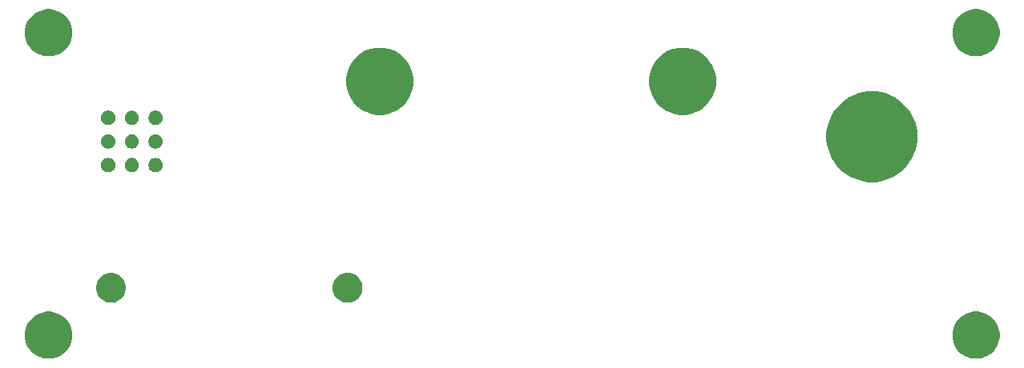
<source format=gts>
G04 #@! TF.GenerationSoftware,KiCad,Pcbnew,5.1.5-52549c5~84~ubuntu18.04.1*
G04 #@! TF.CreationDate,2020-03-29T21:38:33-07:00*
G04 #@! TF.ProjectId,endcap,656e6463-6170-42e6-9b69-6361645f7063,2.1*
G04 #@! TF.SameCoordinates,PX2faf080PY2faf080*
G04 #@! TF.FileFunction,Soldermask,Top*
G04 #@! TF.FilePolarity,Negative*
%FSLAX46Y46*%
G04 Gerber Fmt 4.6, Leading zero omitted, Abs format (unit mm)*
G04 Created by KiCad (PCBNEW 5.1.5-52549c5~84~ubuntu18.04.1) date 2020-03-29 21:38:33*
%MOMM*%
%LPD*%
G04 APERTURE LIST*
%ADD10C,0.100000*%
G04 APERTURE END LIST*
D10*
G36*
X102487921Y-33547056D02*
G01*
X102729515Y-33595112D01*
X103184668Y-33783643D01*
X103287769Y-33852533D01*
X103594294Y-34057346D01*
X103942654Y-34405706D01*
X104216358Y-34815334D01*
X104404888Y-35270486D01*
X104501000Y-35753672D01*
X104501000Y-36246328D01*
X104404888Y-36729514D01*
X104216358Y-37184666D01*
X103942654Y-37594294D01*
X103594294Y-37942654D01*
X103287769Y-38147467D01*
X103184668Y-38216357D01*
X102729515Y-38404888D01*
X102487921Y-38452944D01*
X102246328Y-38501000D01*
X101753672Y-38501000D01*
X101512079Y-38452944D01*
X101270485Y-38404888D01*
X100815332Y-38216357D01*
X100712231Y-38147467D01*
X100405706Y-37942654D01*
X100057346Y-37594294D01*
X99783642Y-37184666D01*
X99595112Y-36729514D01*
X99499000Y-36246328D01*
X99499000Y-35753672D01*
X99595112Y-35270486D01*
X99783642Y-34815334D01*
X100057346Y-34405706D01*
X100405706Y-34057346D01*
X100712231Y-33852533D01*
X100815332Y-33783643D01*
X101270485Y-33595112D01*
X101512079Y-33547056D01*
X101753672Y-33499000D01*
X102246328Y-33499000D01*
X102487921Y-33547056D01*
G37*
G36*
X4487921Y-33547056D02*
G01*
X4729515Y-33595112D01*
X5184668Y-33783643D01*
X5287769Y-33852533D01*
X5594294Y-34057346D01*
X5942654Y-34405706D01*
X6216358Y-34815334D01*
X6404888Y-35270486D01*
X6501000Y-35753672D01*
X6501000Y-36246328D01*
X6404888Y-36729514D01*
X6216358Y-37184666D01*
X5942654Y-37594294D01*
X5594294Y-37942654D01*
X5287769Y-38147467D01*
X5184668Y-38216357D01*
X4729515Y-38404888D01*
X4487921Y-38452944D01*
X4246328Y-38501000D01*
X3753672Y-38501000D01*
X3512079Y-38452944D01*
X3270485Y-38404888D01*
X2815332Y-38216357D01*
X2712231Y-38147467D01*
X2405706Y-37942654D01*
X2057346Y-37594294D01*
X1783642Y-37184666D01*
X1595112Y-36729514D01*
X1499000Y-36246328D01*
X1499000Y-35753672D01*
X1595112Y-35270486D01*
X1783642Y-34815334D01*
X2057346Y-34405706D01*
X2405706Y-34057346D01*
X2712231Y-33852533D01*
X2815332Y-33783643D01*
X3270485Y-33595112D01*
X3512079Y-33547056D01*
X3753672Y-33499000D01*
X4246328Y-33499000D01*
X4487921Y-33547056D01*
G37*
G36*
X10831083Y-29439090D02*
G01*
X11059702Y-29484564D01*
X11346516Y-29603367D01*
X11604642Y-29775841D01*
X11824159Y-29995358D01*
X11996633Y-30253484D01*
X12115436Y-30540298D01*
X12176000Y-30844778D01*
X12176000Y-31155222D01*
X12115436Y-31459702D01*
X11996633Y-31746516D01*
X11824159Y-32004642D01*
X11604642Y-32224159D01*
X11346516Y-32396633D01*
X11059702Y-32515436D01*
X10831083Y-32560910D01*
X10755224Y-32576000D01*
X10444776Y-32576000D01*
X10368917Y-32560910D01*
X10140298Y-32515436D01*
X9853484Y-32396633D01*
X9595358Y-32224159D01*
X9375841Y-32004642D01*
X9203367Y-31746516D01*
X9084564Y-31459702D01*
X9024000Y-31155222D01*
X9024000Y-30844778D01*
X9084564Y-30540298D01*
X9203367Y-30253484D01*
X9375841Y-29995358D01*
X9595358Y-29775841D01*
X9853484Y-29603367D01*
X10140298Y-29484564D01*
X10368917Y-29439090D01*
X10444776Y-29424000D01*
X10755224Y-29424000D01*
X10831083Y-29439090D01*
G37*
G36*
X35831083Y-29439090D02*
G01*
X36059702Y-29484564D01*
X36346516Y-29603367D01*
X36604642Y-29775841D01*
X36824159Y-29995358D01*
X36996633Y-30253484D01*
X37115436Y-30540298D01*
X37176000Y-30844778D01*
X37176000Y-31155222D01*
X37115436Y-31459702D01*
X36996633Y-31746516D01*
X36824159Y-32004642D01*
X36604642Y-32224159D01*
X36346516Y-32396633D01*
X36059702Y-32515436D01*
X35831083Y-32560910D01*
X35755224Y-32576000D01*
X35444776Y-32576000D01*
X35368917Y-32560910D01*
X35140298Y-32515436D01*
X34853484Y-32396633D01*
X34595358Y-32224159D01*
X34375841Y-32004642D01*
X34203367Y-31746516D01*
X34084564Y-31459702D01*
X34024000Y-31155222D01*
X34024000Y-30844778D01*
X34084564Y-30540298D01*
X34203367Y-30253484D01*
X34375841Y-29995358D01*
X34595358Y-29775841D01*
X34853484Y-29603367D01*
X35140298Y-29484564D01*
X35368917Y-29439090D01*
X35444776Y-29424000D01*
X35755224Y-29424000D01*
X35831083Y-29439090D01*
G37*
G36*
X92400399Y-10383499D02*
G01*
X93274125Y-10745408D01*
X93381313Y-10817029D01*
X94060459Y-11270820D01*
X94729180Y-11939541D01*
X95047980Y-12416659D01*
X95254592Y-12725875D01*
X95616501Y-13599601D01*
X95801000Y-14527141D01*
X95801000Y-15472859D01*
X95616501Y-16400399D01*
X95254592Y-17274125D01*
X95159353Y-17416660D01*
X94729180Y-18060459D01*
X94060459Y-18729180D01*
X93535047Y-19080249D01*
X93274125Y-19254592D01*
X92400399Y-19616501D01*
X91472859Y-19801000D01*
X90527141Y-19801000D01*
X89599601Y-19616501D01*
X88725875Y-19254592D01*
X88464953Y-19080249D01*
X87939541Y-18729180D01*
X87270820Y-18060459D01*
X86840647Y-17416660D01*
X86745408Y-17274125D01*
X86383499Y-16400399D01*
X86199000Y-15472859D01*
X86199000Y-14527141D01*
X86383499Y-13599601D01*
X86745408Y-12725875D01*
X86952020Y-12416659D01*
X87270820Y-11939541D01*
X87939541Y-11270820D01*
X88618687Y-10817029D01*
X88725875Y-10745408D01*
X89599601Y-10383499D01*
X90527141Y-10199000D01*
X91472859Y-10199000D01*
X92400399Y-10383499D01*
G37*
G36*
X10500282Y-17274125D02*
G01*
X10519059Y-17277860D01*
X10655732Y-17334472D01*
X10778735Y-17416660D01*
X10883340Y-17521265D01*
X10965528Y-17644268D01*
X11022140Y-17780941D01*
X11051000Y-17926033D01*
X11051000Y-18073967D01*
X11022140Y-18219059D01*
X10965528Y-18355732D01*
X10883340Y-18478735D01*
X10778735Y-18583340D01*
X10655732Y-18665528D01*
X10655731Y-18665529D01*
X10655730Y-18665529D01*
X10519059Y-18722140D01*
X10373968Y-18751000D01*
X10226032Y-18751000D01*
X10080941Y-18722140D01*
X9944270Y-18665529D01*
X9944269Y-18665529D01*
X9944268Y-18665528D01*
X9821265Y-18583340D01*
X9716660Y-18478735D01*
X9634472Y-18355732D01*
X9577860Y-18219059D01*
X9549000Y-18073967D01*
X9549000Y-17926033D01*
X9577860Y-17780941D01*
X9634472Y-17644268D01*
X9716660Y-17521265D01*
X9821265Y-17416660D01*
X9944268Y-17334472D01*
X10080941Y-17277860D01*
X10099718Y-17274125D01*
X10226032Y-17249000D01*
X10373968Y-17249000D01*
X10500282Y-17274125D01*
G37*
G36*
X13000282Y-17274125D02*
G01*
X13019059Y-17277860D01*
X13155732Y-17334472D01*
X13278735Y-17416660D01*
X13383340Y-17521265D01*
X13465528Y-17644268D01*
X13522140Y-17780941D01*
X13551000Y-17926033D01*
X13551000Y-18073967D01*
X13522140Y-18219059D01*
X13465528Y-18355732D01*
X13383340Y-18478735D01*
X13278735Y-18583340D01*
X13155732Y-18665528D01*
X13155731Y-18665529D01*
X13155730Y-18665529D01*
X13019059Y-18722140D01*
X12873968Y-18751000D01*
X12726032Y-18751000D01*
X12580941Y-18722140D01*
X12444270Y-18665529D01*
X12444269Y-18665529D01*
X12444268Y-18665528D01*
X12321265Y-18583340D01*
X12216660Y-18478735D01*
X12134472Y-18355732D01*
X12077860Y-18219059D01*
X12049000Y-18073967D01*
X12049000Y-17926033D01*
X12077860Y-17780941D01*
X12134472Y-17644268D01*
X12216660Y-17521265D01*
X12321265Y-17416660D01*
X12444268Y-17334472D01*
X12580941Y-17277860D01*
X12599718Y-17274125D01*
X12726032Y-17249000D01*
X12873968Y-17249000D01*
X13000282Y-17274125D01*
G37*
G36*
X15500282Y-17274125D02*
G01*
X15519059Y-17277860D01*
X15655732Y-17334472D01*
X15778735Y-17416660D01*
X15883340Y-17521265D01*
X15965528Y-17644268D01*
X16022140Y-17780941D01*
X16051000Y-17926033D01*
X16051000Y-18073967D01*
X16022140Y-18219059D01*
X15965528Y-18355732D01*
X15883340Y-18478735D01*
X15778735Y-18583340D01*
X15655732Y-18665528D01*
X15655731Y-18665529D01*
X15655730Y-18665529D01*
X15519059Y-18722140D01*
X15373968Y-18751000D01*
X15226032Y-18751000D01*
X15080941Y-18722140D01*
X14944270Y-18665529D01*
X14944269Y-18665529D01*
X14944268Y-18665528D01*
X14821265Y-18583340D01*
X14716660Y-18478735D01*
X14634472Y-18355732D01*
X14577860Y-18219059D01*
X14549000Y-18073967D01*
X14549000Y-17926033D01*
X14577860Y-17780941D01*
X14634472Y-17644268D01*
X14716660Y-17521265D01*
X14821265Y-17416660D01*
X14944268Y-17334472D01*
X15080941Y-17277860D01*
X15099718Y-17274125D01*
X15226032Y-17249000D01*
X15373968Y-17249000D01*
X15500282Y-17274125D01*
G37*
G36*
X13019059Y-14777860D02*
G01*
X13155732Y-14834472D01*
X13278735Y-14916660D01*
X13383340Y-15021265D01*
X13465528Y-15144268D01*
X13522140Y-15280941D01*
X13551000Y-15426033D01*
X13551000Y-15573967D01*
X13522140Y-15719059D01*
X13465528Y-15855732D01*
X13383340Y-15978735D01*
X13278735Y-16083340D01*
X13155732Y-16165528D01*
X13155731Y-16165529D01*
X13155730Y-16165529D01*
X13019059Y-16222140D01*
X12873968Y-16251000D01*
X12726032Y-16251000D01*
X12580941Y-16222140D01*
X12444270Y-16165529D01*
X12444269Y-16165529D01*
X12444268Y-16165528D01*
X12321265Y-16083340D01*
X12216660Y-15978735D01*
X12134472Y-15855732D01*
X12077860Y-15719059D01*
X12049000Y-15573967D01*
X12049000Y-15426033D01*
X12077860Y-15280941D01*
X12134472Y-15144268D01*
X12216660Y-15021265D01*
X12321265Y-14916660D01*
X12444268Y-14834472D01*
X12580941Y-14777860D01*
X12726032Y-14749000D01*
X12873968Y-14749000D01*
X13019059Y-14777860D01*
G37*
G36*
X10519059Y-14777860D02*
G01*
X10655732Y-14834472D01*
X10778735Y-14916660D01*
X10883340Y-15021265D01*
X10965528Y-15144268D01*
X11022140Y-15280941D01*
X11051000Y-15426033D01*
X11051000Y-15573967D01*
X11022140Y-15719059D01*
X10965528Y-15855732D01*
X10883340Y-15978735D01*
X10778735Y-16083340D01*
X10655732Y-16165528D01*
X10655731Y-16165529D01*
X10655730Y-16165529D01*
X10519059Y-16222140D01*
X10373968Y-16251000D01*
X10226032Y-16251000D01*
X10080941Y-16222140D01*
X9944270Y-16165529D01*
X9944269Y-16165529D01*
X9944268Y-16165528D01*
X9821265Y-16083340D01*
X9716660Y-15978735D01*
X9634472Y-15855732D01*
X9577860Y-15719059D01*
X9549000Y-15573967D01*
X9549000Y-15426033D01*
X9577860Y-15280941D01*
X9634472Y-15144268D01*
X9716660Y-15021265D01*
X9821265Y-14916660D01*
X9944268Y-14834472D01*
X10080941Y-14777860D01*
X10226032Y-14749000D01*
X10373968Y-14749000D01*
X10519059Y-14777860D01*
G37*
G36*
X15519059Y-14777860D02*
G01*
X15655732Y-14834472D01*
X15778735Y-14916660D01*
X15883340Y-15021265D01*
X15965528Y-15144268D01*
X16022140Y-15280941D01*
X16051000Y-15426033D01*
X16051000Y-15573967D01*
X16022140Y-15719059D01*
X15965528Y-15855732D01*
X15883340Y-15978735D01*
X15778735Y-16083340D01*
X15655732Y-16165528D01*
X15655731Y-16165529D01*
X15655730Y-16165529D01*
X15519059Y-16222140D01*
X15373968Y-16251000D01*
X15226032Y-16251000D01*
X15080941Y-16222140D01*
X14944270Y-16165529D01*
X14944269Y-16165529D01*
X14944268Y-16165528D01*
X14821265Y-16083340D01*
X14716660Y-15978735D01*
X14634472Y-15855732D01*
X14577860Y-15719059D01*
X14549000Y-15573967D01*
X14549000Y-15426033D01*
X14577860Y-15280941D01*
X14634472Y-15144268D01*
X14716660Y-15021265D01*
X14821265Y-14916660D01*
X14944268Y-14834472D01*
X15080941Y-14777860D01*
X15226032Y-14749000D01*
X15373968Y-14749000D01*
X15519059Y-14777860D01*
G37*
G36*
X10519059Y-12277860D02*
G01*
X10655732Y-12334472D01*
X10778735Y-12416660D01*
X10883340Y-12521265D01*
X10965528Y-12644268D01*
X11022140Y-12780941D01*
X11051000Y-12926033D01*
X11051000Y-13073967D01*
X11022140Y-13219059D01*
X10965528Y-13355732D01*
X10883340Y-13478735D01*
X10778735Y-13583340D01*
X10655732Y-13665528D01*
X10655731Y-13665529D01*
X10655730Y-13665529D01*
X10519059Y-13722140D01*
X10373968Y-13751000D01*
X10226032Y-13751000D01*
X10080941Y-13722140D01*
X9944270Y-13665529D01*
X9944269Y-13665529D01*
X9944268Y-13665528D01*
X9821265Y-13583340D01*
X9716660Y-13478735D01*
X9634472Y-13355732D01*
X9577860Y-13219059D01*
X9549000Y-13073967D01*
X9549000Y-12926033D01*
X9577860Y-12780941D01*
X9634472Y-12644268D01*
X9716660Y-12521265D01*
X9821265Y-12416660D01*
X9944268Y-12334472D01*
X10080941Y-12277860D01*
X10226032Y-12249000D01*
X10373968Y-12249000D01*
X10519059Y-12277860D01*
G37*
G36*
X13019059Y-12277860D02*
G01*
X13155732Y-12334472D01*
X13278735Y-12416660D01*
X13383340Y-12521265D01*
X13465528Y-12644268D01*
X13522140Y-12780941D01*
X13551000Y-12926033D01*
X13551000Y-13073967D01*
X13522140Y-13219059D01*
X13465528Y-13355732D01*
X13383340Y-13478735D01*
X13278735Y-13583340D01*
X13155732Y-13665528D01*
X13155731Y-13665529D01*
X13155730Y-13665529D01*
X13019059Y-13722140D01*
X12873968Y-13751000D01*
X12726032Y-13751000D01*
X12580941Y-13722140D01*
X12444270Y-13665529D01*
X12444269Y-13665529D01*
X12444268Y-13665528D01*
X12321265Y-13583340D01*
X12216660Y-13478735D01*
X12134472Y-13355732D01*
X12077860Y-13219059D01*
X12049000Y-13073967D01*
X12049000Y-12926033D01*
X12077860Y-12780941D01*
X12134472Y-12644268D01*
X12216660Y-12521265D01*
X12321265Y-12416660D01*
X12444268Y-12334472D01*
X12580941Y-12277860D01*
X12726032Y-12249000D01*
X12873968Y-12249000D01*
X13019059Y-12277860D01*
G37*
G36*
X15519059Y-12277860D02*
G01*
X15655732Y-12334472D01*
X15778735Y-12416660D01*
X15883340Y-12521265D01*
X15965528Y-12644268D01*
X16022140Y-12780941D01*
X16051000Y-12926033D01*
X16051000Y-13073967D01*
X16022140Y-13219059D01*
X15965528Y-13355732D01*
X15883340Y-13478735D01*
X15778735Y-13583340D01*
X15655732Y-13665528D01*
X15655731Y-13665529D01*
X15655730Y-13665529D01*
X15519059Y-13722140D01*
X15373968Y-13751000D01*
X15226032Y-13751000D01*
X15080941Y-13722140D01*
X14944270Y-13665529D01*
X14944269Y-13665529D01*
X14944268Y-13665528D01*
X14821265Y-13583340D01*
X14716660Y-13478735D01*
X14634472Y-13355732D01*
X14577860Y-13219059D01*
X14549000Y-13073967D01*
X14549000Y-12926033D01*
X14577860Y-12780941D01*
X14634472Y-12644268D01*
X14716660Y-12521265D01*
X14821265Y-12416660D01*
X14944268Y-12334472D01*
X15080941Y-12277860D01*
X15226032Y-12249000D01*
X15373968Y-12249000D01*
X15519059Y-12277860D01*
G37*
G36*
X72035787Y-5720462D02*
G01*
X72035790Y-5720463D01*
X72035789Y-5720463D01*
X72682029Y-5988144D01*
X73263631Y-6376758D01*
X73758242Y-6871369D01*
X74146856Y-7452971D01*
X74146856Y-7452972D01*
X74414538Y-8099213D01*
X74551000Y-8785256D01*
X74551000Y-9484744D01*
X74414538Y-10170787D01*
X74414537Y-10170789D01*
X74146856Y-10817029D01*
X73758242Y-11398631D01*
X73263631Y-11893242D01*
X72682029Y-12281856D01*
X72356585Y-12416659D01*
X72035787Y-12549538D01*
X71349744Y-12686000D01*
X70650256Y-12686000D01*
X69964213Y-12549538D01*
X69643415Y-12416659D01*
X69317971Y-12281856D01*
X68736369Y-11893242D01*
X68241758Y-11398631D01*
X67853144Y-10817029D01*
X67585463Y-10170789D01*
X67585462Y-10170787D01*
X67449000Y-9484744D01*
X67449000Y-8785256D01*
X67585462Y-8099213D01*
X67853144Y-7452972D01*
X67853144Y-7452971D01*
X68241758Y-6871369D01*
X68736369Y-6376758D01*
X69317971Y-5988144D01*
X69964211Y-5720463D01*
X69964210Y-5720463D01*
X69964213Y-5720462D01*
X70650256Y-5584000D01*
X71349744Y-5584000D01*
X72035787Y-5720462D01*
G37*
G36*
X40035787Y-5720462D02*
G01*
X40035790Y-5720463D01*
X40035789Y-5720463D01*
X40682029Y-5988144D01*
X41263631Y-6376758D01*
X41758242Y-6871369D01*
X42146856Y-7452971D01*
X42146856Y-7452972D01*
X42414538Y-8099213D01*
X42551000Y-8785256D01*
X42551000Y-9484744D01*
X42414538Y-10170787D01*
X42414537Y-10170789D01*
X42146856Y-10817029D01*
X41758242Y-11398631D01*
X41263631Y-11893242D01*
X40682029Y-12281856D01*
X40356585Y-12416659D01*
X40035787Y-12549538D01*
X39349744Y-12686000D01*
X38650256Y-12686000D01*
X37964213Y-12549538D01*
X37643415Y-12416659D01*
X37317971Y-12281856D01*
X36736369Y-11893242D01*
X36241758Y-11398631D01*
X35853144Y-10817029D01*
X35585463Y-10170789D01*
X35585462Y-10170787D01*
X35449000Y-9484744D01*
X35449000Y-8785256D01*
X35585462Y-8099213D01*
X35853144Y-7452972D01*
X35853144Y-7452971D01*
X36241758Y-6871369D01*
X36736369Y-6376758D01*
X37317971Y-5988144D01*
X37964211Y-5720463D01*
X37964210Y-5720463D01*
X37964213Y-5720462D01*
X38650256Y-5584000D01*
X39349744Y-5584000D01*
X40035787Y-5720462D01*
G37*
G36*
X102487921Y-1547056D02*
G01*
X102729515Y-1595112D01*
X103184668Y-1783643D01*
X103287769Y-1852533D01*
X103594294Y-2057346D01*
X103942654Y-2405706D01*
X104216358Y-2815334D01*
X104404888Y-3270486D01*
X104501000Y-3753672D01*
X104501000Y-4246328D01*
X104404888Y-4729514D01*
X104216358Y-5184666D01*
X103942654Y-5594294D01*
X103594294Y-5942654D01*
X103287769Y-6147467D01*
X103184668Y-6216357D01*
X102729515Y-6404888D01*
X102487921Y-6452944D01*
X102246328Y-6501000D01*
X101753672Y-6501000D01*
X101512079Y-6452944D01*
X101270485Y-6404888D01*
X100815332Y-6216357D01*
X100712231Y-6147467D01*
X100405706Y-5942654D01*
X100057346Y-5594294D01*
X99783642Y-5184666D01*
X99595112Y-4729514D01*
X99499000Y-4246328D01*
X99499000Y-3753672D01*
X99595112Y-3270486D01*
X99783642Y-2815334D01*
X100057346Y-2405706D01*
X100405706Y-2057346D01*
X100712231Y-1852533D01*
X100815332Y-1783643D01*
X101270485Y-1595112D01*
X101512079Y-1547056D01*
X101753672Y-1499000D01*
X102246328Y-1499000D01*
X102487921Y-1547056D01*
G37*
G36*
X4487921Y-1547056D02*
G01*
X4729515Y-1595112D01*
X5184668Y-1783643D01*
X5287769Y-1852533D01*
X5594294Y-2057346D01*
X5942654Y-2405706D01*
X6216358Y-2815334D01*
X6404888Y-3270486D01*
X6501000Y-3753672D01*
X6501000Y-4246328D01*
X6404888Y-4729514D01*
X6216358Y-5184666D01*
X5942654Y-5594294D01*
X5594294Y-5942654D01*
X5287769Y-6147467D01*
X5184668Y-6216357D01*
X4729515Y-6404888D01*
X4487921Y-6452944D01*
X4246328Y-6501000D01*
X3753672Y-6501000D01*
X3512079Y-6452944D01*
X3270485Y-6404888D01*
X2815332Y-6216357D01*
X2712231Y-6147467D01*
X2405706Y-5942654D01*
X2057346Y-5594294D01*
X1783642Y-5184666D01*
X1595112Y-4729514D01*
X1499000Y-4246328D01*
X1499000Y-3753672D01*
X1595112Y-3270486D01*
X1783642Y-2815334D01*
X2057346Y-2405706D01*
X2405706Y-2057346D01*
X2712231Y-1852533D01*
X2815332Y-1783643D01*
X3270485Y-1595112D01*
X3512079Y-1547056D01*
X3753672Y-1499000D01*
X4246328Y-1499000D01*
X4487921Y-1547056D01*
G37*
M02*

</source>
